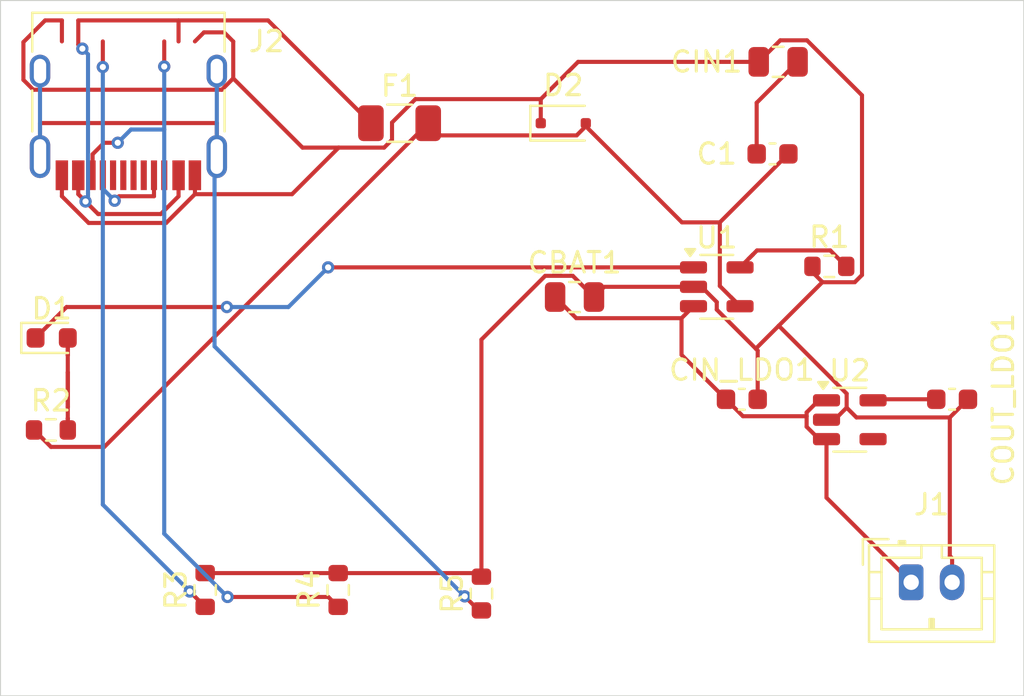
<source format=kicad_pcb>
(kicad_pcb (version 20240108) (generator "pcbnew") (generator_version "8.0")
  (layers (0 "F.Cu" signal) (31 "B.Cu" signal) (34 "B.Paste" user) (35 "F.Paste" user) (36 "B.SilkS" user "B.Silkscreen") (37 "F.SilkS" user "F.Silkscreen") (38 "B.Mask" user) (39 "F.Mask" user) (44 "Edge.Cuts" user))
  (net 0 "")
  (net 1 "Net-(C1-Pad1)")
  (net 2 "/VBUS_5V")
  (net 3 "/BATT+")
  (net 4 "GND")
  (net 5 "3V3")
  (net 6 "Net-(D1-K)")
  (net 7 "/STAT_LED")
  (net 8 "/VBUS_IN")
  (net 9 "Net-(J2-SHIELD)")
  (net 10 "Net-(J2-CC1)")
  (net 15 "Net-(J2-CC2)")
  (net 16 "Net-(U1-PROG)")
  (footprint "Package_TO_SOT_SMD:SOT-23-5" (layer "F.Cu") (at 141.5 70)
    (property "Reference" "U2" (at 0 -2.4 0) (layer "F.SilkS"))
    (property "Value" "AP2112K-3.3")
    (fp_line (start 0 -1.56) (end -0.8 -1.56) (stroke (width 0.12)) (layer "F.SilkS"))
    (fp_line (start 0 -1.56) (end 0.8 -1.56) (stroke (width 0.12)) (layer "F.SilkS"))
    (fp_line (start 0 1.56) (end -0.8 1.56) (stroke (width 0.12)) (layer "F.SilkS"))
    (fp_line (start 0 1.56) (end 0.8 1.56) (stroke (width 0.12)) (layer "F.SilkS"))
    (fp_poly (pts (xy -1.3 -1.51) (xy -1.54 -1.84) (xy -1.06 -1.84) (xy -1.3 -1.51)) (stroke (width 0.12)) (fill solid) (layer "F.SilkS"))
    (pad "1" smd roundrect (at -1.1375 -0.95) (size 1.325 0.6) (layers "F.Cu" "F.Paste" "F.Mask") (net 3 "/BATT+"))
    (pad "2" smd roundrect (at -1.1375 0) (size 1.325 0.6) (layers "F.Cu" "F.Paste" "F.Mask") (net 4 "GND"))
    (pad "3" smd roundrect (at -1.1375 0.95) (size 1.325 0.6) (layers "F.Cu" "F.Paste" "F.Mask") (net 3 "/BATT+"))
    (pad "4" smd roundrect (at 1.1375 0.95) (size 1.325 0.6) (layers "F.Cu" "F.Paste" "F.Mask"))
    (pad "5" smd roundrect (at 1.1375 -0.95) (size 1.325 0.6) (layers "F.Cu" "F.Paste" "F.Mask") (net 5 "3V3"))
  )
  (footprint "Connector_USB:USB_C_Receptacle_HRO_TYPE-C-31-M-12" (layer "F.Cu") (at 106.25 54 180)
    (property "Reference" "J2" (at -6.75 2.5 180) (layer "F.SilkS"))
    (property "Value" "USB_C_Receptacle_USB2.0_14P")
    (fp_line (start 4.7 2) (end 4.7 3.9) (stroke (width 0.12)) (layer "F.SilkS"))
    (fp_line (start 4.7 -1.9) (end 4.7 0.1) (stroke (width 0.12)) (layer "F.SilkS"))
    (fp_line (start -4.7 3.9) (end 4.7 3.9) (stroke (width 0.12)) (layer "F.SilkS"))
    (fp_line (start -4.7 2) (end -4.7 3.9) (stroke (width 0.12)) (layer "F.SilkS"))
    (fp_line (start -4.7 -1.9) (end -4.7 0.1) (stroke (width 0.12)) (layer "F.SilkS"))
    (pad "" np_thru_hole circle (at -2.89 -2.6 180) (size 0.65 0.65) (drill 0.65) (layers "*.Cu" "*.Mask"))
    (pad "" np_thru_hole circle (at 2.89 -2.6 180) (size 0.65 0.65) (drill 0.65) (layers "*.Cu" "*.Mask"))
    (pad "A1" smd rect (at -3.25 -4.045 180) (size 0.6 1.45) (layers "F.Cu" "F.Paste" "F.Mask") (net 4 "GND"))
    (pad "A4" smd rect (at -2.45 -4.045 180) (size 0.6 1.45) (layers "F.Cu" "F.Paste" "F.Mask") (net 8 "/VBUS_IN"))
    (pad "A5" smd rect (at -1.25 -4.045 180) (size 0.3 1.45) (layers "F.Cu" "F.Paste" "F.Mask") (net 10 "Net-(J2-CC1)"))
    (pad "A6" smd rect (at -0.25 -4.045 180) (size 0.3 1.45) (layers "F.Cu" "F.Paste" "F.Mask"))
    (pad "A7" smd rect (at 0.25 -4.045 180) (size 0.3 1.45) (layers "F.Cu" "F.Paste" "F.Mask"))
    (pad "A8" smd rect (at 1.25 -4.045 180) (size 0.3 1.45) (layers "F.Cu" "F.Paste" "F.Mask"))
    (pad "A9" smd rect (at 2.45 -4.045 180) (size 0.6 1.45) (layers "F.Cu" "F.Paste" "F.Mask") (net 8 "/VBUS_IN"))
    (pad "A12" smd rect (at 3.25 -4.045 180) (size 0.6 1.45) (layers "F.Cu" "F.Paste" "F.Mask") (net 4 "GND"))
    (pad "B1" smd rect (at 3.25 -4.045 180) (size 0.6 1.45) (layers "F.Cu" "F.Paste" "F.Mask") (net 4 "GND"))
    (pad "B4" smd rect (at 2.45 -4.045 180) (size 0.6 1.45) (layers "F.Cu" "F.Paste" "F.Mask") (net 8 "/VBUS_IN"))
    (pad "B5" smd rect (at 1.75 -4.045 180) (size 0.3 1.45) (layers "F.Cu" "F.Paste" "F.Mask") (net 15 "Net-(J2-CC2)"))
    (pad "B6" smd rect (at 0.75 -4.045 180) (size 0.3 1.45) (layers "F.Cu" "F.Paste" "F.Mask"))
    (pad "B7" smd rect (at -0.75 -4.045 180) (size 0.3 1.45) (layers "F.Cu" "F.Paste" "F.Mask"))
    (pad "B8" smd rect (at -1.75 -4.045 180) (size 0.3 1.45) (layers "F.Cu" "F.Paste" "F.Mask"))
    (pad "B9" smd rect (at -2.45 -4.045 180) (size 0.6 1.45) (layers "F.Cu" "F.Paste" "F.Mask") (net 8 "/VBUS_IN"))
    (pad "B12" smd rect (at -3.25 -4.045 180) (size 0.6 1.45) (layers "F.Cu" "F.Paste" "F.Mask") (net 4 "GND"))
    (pad "S1" thru_hole oval (at -4.32 -3.13 180) (size 1 2.1) (drill oval 0.6 1.7) (layers "*.Cu" "*.Mask") (net 9 "Net-(J2-SHIELD)"))
    (pad "S1" thru_hole oval (at -4.32 1.05 180) (size 1 1.6) (drill oval 0.6 1.2) (layers "*.Cu" "*.Mask") (net 9 "Net-(J2-SHIELD)"))
    (pad "S1" thru_hole oval (at 4.32 -3.13 180) (size 1 2.1) (drill oval 0.6 1.7) (layers "*.Cu" "*.Mask") (net 9 "Net-(J2-SHIELD)"))
    (pad "S1" thru_hole oval (at 4.32 1.05 180) (size 1 1.6) (drill oval 0.6 1.2) (layers "*.Cu" "*.Mask") (net 9 "Net-(J2-SHIELD)"))
  )
  (footprint "Resistor_SMD:R_0603_1608Metric" (layer "F.Cu") (at 140.5 62.5)
    (property "Reference" "R1" (at 0 -1.43 0) (layer "F.SilkS"))
    (property "Value" "2.0k")
    (fp_line (start -0.237258 -0.5225) (end 0.237258 -0.5225) (stroke (width 0.12)) (layer "F.SilkS"))
    (fp_line (start -0.237258 0.5225) (end 0.237258 0.5225) (stroke (width 0.12)) (layer "F.SilkS"))
    (pad "1" smd roundrect (at -0.825 0) (size 0.8 0.95) (layers "F.Cu" "F.Paste" "F.Mask") (net 4 "GND"))
    (pad "2" smd roundrect (at 0.825 0) (size 0.8 0.95) (layers "F.Cu" "F.Paste" "F.Mask") (net 16 "Net-(U1-PROG)"))
  )
  (footprint "Capacitor_SMD:C_0603_1608Metric" (layer "F.Cu") (at 146.5 69)
    (property "Reference" "COUT_LDO1" (at 2.5 0 90) (layer "F.SilkS"))
    (property "Value" "1uF")
    (fp_line (start -0.14058 -0.51) (end 0.14058 -0.51) (stroke (width 0.12)) (layer "F.SilkS"))
    (fp_line (start -0.14058 0.51) (end 0.14058 0.51) (stroke (width 0.12)) (layer "F.SilkS"))
    (pad "1" smd roundrect (at -0.775 0) (size 0.9 0.95) (layers "F.Cu" "F.Paste" "F.Mask") (net 5 "3V3"))
    (pad "2" smd roundrect (at 0.775 0) (size 0.9 0.95) (layers "F.Cu" "F.Paste" "F.Mask") (net 4 "GND"))
  )
  (footprint "Connector_JST:JST_PH_B2B-PH-K_1x02_P2.00mm_Vertical" (layer "F.Cu") (at 144.5 77.95)
    (property "Reference" "J1" (at 1 -3.8 0) (layer "F.SilkS"))
    (property "Value" "J_BATT")
    (fp_line (start -2.36 -2.11) (end -2.36 -0.86) (stroke (width 0.12)) (layer "F.SilkS"))
    (fp_line (start -2.06 -1.81) (end -2.06 2.91) (stroke (width 0.12)) (layer "F.SilkS"))
    (fp_line (start -2.06 -0.5) (end -1.45 -0.5) (stroke (width 0.12)) (layer "F.SilkS"))
    (fp_line (start -2.06 0.8) (end -1.45 0.8) (stroke (width 0.12)) (layer "F.SilkS"))
    (fp_line (start -2.06 2.91) (end 4.06 2.91) (stroke (width 0.12)) (layer "F.SilkS"))
    (fp_line (start -1.45 -1.2) (end -1.45 2.3) (stroke (width 0.12)) (layer "F.SilkS"))
    (fp_line (start -1.45 2.3) (end 3.45 2.3) (stroke (width 0.12)) (layer "F.SilkS"))
    (fp_line (start -1.11 -2.11) (end -2.36 -2.11) (stroke (width 0.12)) (layer "F.SilkS"))
    (fp_line (start -0.6 -2.01) (end -0.6 -1.81) (stroke (width 0.12)) (layer "F.SilkS"))
    (fp_line (start -0.3 -2.01) (end -0.6 -2.01) (stroke (width 0.12)) (layer "F.SilkS"))
    (fp_line (start -0.3 -1.91) (end -0.6 -1.91) (stroke (width 0.12)) (layer "F.SilkS"))
    (fp_line (start -0.3 -1.81) (end -0.3 -2.01) (stroke (width 0.12)) (layer "F.SilkS"))
    (fp_line (start 0.5 -1.81) (end 0.5 -1.2) (stroke (width 0.12)) (layer "F.SilkS"))
    (fp_line (start 0.5 -1.2) (end -1.45 -1.2) (stroke (width 0.12)) (layer "F.SilkS"))
    (fp_line (start 0.9 1.8) (end 1.1 1.8) (stroke (width 0.12)) (layer "F.SilkS"))
    (fp_line (start 0.9 2.3) (end 0.9 1.8) (stroke (width 0.12)) (layer "F.SilkS"))
    (fp_line (start 1 2.3) (end 1 1.8) (stroke (width 0.12)) (layer "F.SilkS"))
    (fp_line (start 1.1 1.8) (end 1.1 2.3) (stroke (width 0.12)) (layer "F.SilkS"))
    (fp_line (start 1.5 -1.2) (end 1.5 -1.81) (stroke (width 0.12)) (layer "F.SilkS"))
    (fp_line (start 3.45 -1.2) (end 1.5 -1.2) (stroke (width 0.12)) (layer "F.SilkS"))
    (fp_line (start 3.45 2.3) (end 3.45 -1.2) (stroke (width 0.12)) (layer "F.SilkS"))
    (fp_line (start 4.06 -1.81) (end -2.06 -1.81) (stroke (width 0.12)) (layer "F.SilkS"))
    (fp_line (start 4.06 -0.5) (end 3.45 -0.5) (stroke (width 0.12)) (layer "F.SilkS"))
    (fp_line (start 4.06 0.8) (end 3.45 0.8) (stroke (width 0.12)) (layer "F.SilkS"))
    (fp_line (start 4.06 2.91) (end 4.06 -1.81) (stroke (width 0.12)) (layer "F.SilkS"))
    (pad "1" thru_hole roundrect (at 0 0) (size 1.2 1.75) (drill 0.75) (layers "*.Cu" "*.Mask") (roundrect_rratio 0.208333) (net 3 "/BATT+"))
    (pad "2" thru_hole oval (at 2 0) (size 1.2 1.75) (drill 0.75) (layers "*.Cu" "*.Mask") (net 4 "GND"))
  )
  (footprint "Resistor_SMD:R_0603_1608Metric" (layer "F.Cu") (at 110 78.325 90)
    (property "Reference" "R3" (at 0 -1.43 -90) (layer "F.SilkS"))
    (property "Value" "5.1k")
    (fp_line (start -0.237258 -0.5225) (end 0.237258 -0.5225) (stroke (width 0.12)) (layer "F.SilkS"))
    (fp_line (start -0.237258 0.5225) (end 0.237258 0.5225) (stroke (width 0.12)) (layer "F.SilkS"))
    (pad "1" smd roundrect (at -0.825 0 90) (size 0.8 0.95) (layers "F.Cu" "F.Paste" "F.Mask") (net 10 "Net-(J2-CC1)"))
    (pad "2" smd roundrect (at 0.825 0 90) (size 0.8 0.95) (layers "F.Cu" "F.Paste" "F.Mask") (net 4 "GND"))
  )
  (footprint "LED_SMD:LED_0603_1608Metric" (layer "F.Cu") (at 102.5 66)
    (property "Reference" "D1" (at 0 -1.43 0) (layer "F.SilkS"))
    (property "Value" "LED")
    (fp_line (start -1.485 -0.735) (end -1.485 0.735) (stroke (width 0.12)) (layer "F.SilkS"))
    (fp_line (start -1.485 0.735) (end 0.8 0.735) (stroke (width 0.12)) (layer "F.SilkS"))
    (fp_line (start 0.8 -0.735) (end -1.485 -0.735) (stroke (width 0.12)) (layer "F.SilkS"))
    (pad "1" smd roundrect (at -0.7875 0) (size 0.875 0.95) (layers "F.Cu" "F.Paste" "F.Mask") (net 6 "Net-(D1-K)"))
    (pad "2" smd roundrect (at 0.7875 0) (size 0.875 0.95) (layers "F.Cu" "F.Paste" "F.Mask") (net 7 "/STAT_LED"))
  )
  (footprint "Fuse:Fuse_1206_3216Metric" (layer "F.Cu") (at 119.5 55.5)
    (property "Reference" "F1" (at 0 -1.82 0) (layer "F.SilkS"))
    (property "Value" "1A PTC Fuse")
    (fp_line (start -0.602064 -0.91) (end 0.602064 -0.91) (stroke (width 0.12)) (layer "F.SilkS"))
    (fp_line (start -0.602064 0.91) (end 0.602064 0.91) (stroke (width 0.12)) (layer "F.SilkS"))
    (pad "1" smd roundrect (at -1.4 0) (size 1.25 1.75) (layers "F.Cu" "F.Paste" "F.Mask") (roundrect_rratio 0.2) (net 8 "/VBUS_IN"))
    (pad "2" smd roundrect (at 1.4 0) (size 1.25 1.75) (layers "F.Cu" "F.Paste" "F.Mask") (roundrect_rratio 0.2) (net 2 "/VBUS_5V"))
  )
  (footprint "Diode_SMD:D_SOD-323F" (layer "F.Cu") (at 127.5 55.5)
    (property "Reference" "D2" (at 0 -1.85 0) (layer "F.SilkS"))
    (property "Value" "D_TVS")
    (fp_line (start -1.61 -0.85) (end -1.61 0.85) (stroke (width 0.12)) (layer "F.SilkS"))
    (fp_line (start -1.61 -0.85) (end 1.05 -0.85) (stroke (width 0.12)) (layer "F.SilkS"))
    (fp_line (start -1.61 0.85) (end 1.05 0.85) (stroke (width 0.12)) (layer "F.SilkS"))
    (pad "1" smd roundrect (at -1.1 0) (size 0.5 0.5) (layers "F.Cu" "F.Paste" "F.Mask") (net 4 "GND"))
    (pad "2" smd roundrect (at 1.1 0) (size 0.5 0.5) (layers "F.Cu" "F.Paste" "F.Mask") (net 2 "/VBUS_5V"))
  )
  (footprint "Capacitor_SMD:C_0603_1608Metric" (layer "F.Cu") (at 136.225 69)
    (property "Reference" "CIN_LDO1" (at 0 -1.43 0) (layer "F.SilkS"))
    (property "Value" "1uF")
    (fp_line (start -0.14058 -0.51) (end 0.14058 -0.51) (stroke (width 0.12)) (layer "F.SilkS"))
    (fp_line (start -0.14058 0.51) (end 0.14058 0.51) (stroke (width 0.12)) (layer "F.SilkS"))
    (pad "1" smd roundrect (at -0.775 0) (size 0.9 0.95) (layers "F.Cu" "F.Paste" "F.Mask") (net 3 "/BATT+"))
    (pad "2" smd roundrect (at 0.775 0) (size 0.9 0.95) (layers "F.Cu" "F.Paste" "F.Mask") (net 4 "GND"))
  )
  (footprint "Resistor_SMD:R_0603_1608Metric" (layer "F.Cu") (at 123.5 78.5 90)
    (property "Reference" "R5" (at 0 -1.43 -90) (layer "F.SilkS"))
    (property "Value" "0")
    (fp_line (start -0.237258 -0.5225) (end 0.237258 -0.5225) (stroke (width 0.12)) (layer "F.SilkS"))
    (fp_line (start -0.237258 0.5225) (end 0.237258 0.5225) (stroke (width 0.12)) (layer "F.SilkS"))
    (pad "1" smd roundrect (at -0.825 0 90) (size 0.8 0.95) (layers "F.Cu" "F.Paste" "F.Mask") (net 9 "Net-(J2-SHIELD)"))
    (pad "2" smd roundrect (at 0.825 0 90) (size 0.8 0.95) (layers "F.Cu" "F.Paste" "F.Mask") (net 4 "GND"))
  )
  (footprint "Resistor_SMD:R_0603_1608Metric" (layer "F.Cu") (at 102.4625 70.5)
    (property "Reference" "R2" (at 0 -1.43 0) (layer "F.SilkS"))
    (property "Value" "1k")
    (fp_line (start -0.237258 -0.5225) (end 0.237258 -0.5225) (stroke (width 0.12)) (layer "F.SilkS"))
    (fp_line (start -0.237258 0.5225) (end 0.237258 0.5225) (stroke (width 0.12)) (layer "F.SilkS"))
    (pad "1" smd roundrect (at -0.825 0) (size 0.8 0.95) (layers "F.Cu" "F.Paste" "F.Mask") (net 2 "/VBUS_5V"))
    (pad "2" smd roundrect (at 0.825 0) (size 0.8 0.95) (layers "F.Cu" "F.Paste" "F.Mask") (net 7 "/STAT_LED"))
  )
  (footprint "Capacitor_SMD:C_0805_2012Metric" (layer "F.Cu") (at 138 52.5)
    (property "Reference" "CIN1" (at -3.5 0 0) (layer "F.SilkS"))
    (property "Value" "4.7uF")
    (fp_line (start -0.261252 -0.735) (end 0.261252 -0.735) (stroke (width 0.12)) (layer "F.SilkS"))
    (fp_line (start -0.261252 0.735) (end 0.261252 0.735) (stroke (width 0.12)) (layer "F.SilkS"))
    (pad "1" smd roundrect (at -0.95 0) (size 1 1.45) (layers "F.Cu" "F.Paste" "F.Mask") (net 4 "GND"))
    (pad "2" smd roundrect (at 0.95 0) (size 1 1.45) (layers "F.Cu" "F.Paste" "F.Mask") (net 1 "Net-(C1-Pad1)"))
  )
  (footprint "Resistor_SMD:R_0603_1608Metric" (layer "F.Cu") (at 116.5 78.325 90)
    (property "Reference" "R4" (at 0 -1.43 -90) (layer "F.SilkS"))
    (property "Value" "5.1k")
    (fp_line (start -0.237258 -0.5225) (end 0.237258 -0.5225) (stroke (width 0.12)) (layer "F.SilkS"))
    (fp_line (start -0.237258 0.5225) (end 0.237258 0.5225) (stroke (width 0.12)) (layer "F.SilkS"))
    (pad "1" smd roundrect (at -0.825 0 90) (size 0.8 0.95) (layers "F.Cu" "F.Paste" "F.Mask") (net 15 "Net-(J2-CC2)"))
    (pad "2" smd roundrect (at 0.825 0 90) (size 0.8 0.95) (layers "F.Cu" "F.Paste" "F.Mask") (net 4 "GND"))
  )
  (footprint "Capacitor_SMD:C_0805_2012Metric" (layer "F.Cu") (at 128.05 64)
    (property "Reference" "CBAT1" (at 0 -1.68 0) (layer "F.SilkS"))
    (property "Value" "4.7uF")
    (fp_line (start -0.261252 -0.735) (end 0.261252 -0.735) (stroke (width 0.12)) (layer "F.SilkS"))
    (fp_line (start -0.261252 0.735) (end 0.261252 0.735) (stroke (width 0.12)) (layer "F.SilkS"))
    (pad "1" smd roundrect (at -0.95 0) (size 1 1.45) (layers "F.Cu" "F.Paste" "F.Mask") (net 3 "/BATT+"))
    (pad "2" smd roundrect (at 0.95 0) (size 1 1.45) (layers "F.Cu" "F.Paste" "F.Mask") (net 4 "GND"))
  )
  (footprint "Package_TO_SOT_SMD:SOT-23-5" (layer "F.Cu") (at 135 63.5)
    (property "Reference" "U1" (at 0 -2.4 0) (layer "F.SilkS"))
    (property "Value" "MCP73831-2-OT")
    (fp_line (start 0 -1.56) (end -0.8 -1.56) (stroke (width 0.12)) (layer "F.SilkS"))
    (fp_line (start 0 -1.56) (end 0.8 -1.56) (stroke (width 0.12)) (layer "F.SilkS"))
    (fp_line (start 0 1.56) (end -0.8 1.56) (stroke (width 0.12)) (layer "F.SilkS"))
    (fp_line (start 0 1.56) (end 0.8 1.56) (stroke (width 0.12)) (layer "F.SilkS"))
    (fp_poly (pts (xy -1.3 -1.51) (xy -1.54 -1.84) (xy -1.06 -1.84) (xy -1.3 -1.51)) (stroke (width 0.12)) (fill solid) (layer "F.SilkS"))
    (pad "1" smd roundrect (at -1.1375 -0.95) (size 1.325 0.6) (layers "F.Cu" "F.Paste" "F.Mask") (net 6 "Net-(D1-K)"))
    (pad "2" smd roundrect (at -1.1375 0) (size 1.325 0.6) (layers "F.Cu" "F.Paste" "F.Mask") (net 4 "GND"))
    (pad "3" smd roundrect (at -1.1375 0.95) (size 1.325 0.6) (layers "F.Cu" "F.Paste" "F.Mask") (net 3 "/BATT+"))
    (pad "4" smd roundrect (at 1.1375 0.95) (size 1.325 0.6) (layers "F.Cu" "F.Paste" "F.Mask") (net 2 "/VBUS_5V"))
    (pad "5" smd roundrect (at 1.1375 -0.95) (size 1.325 0.6) (layers "F.Cu" "F.Paste" "F.Mask") (net 16 "Net-(U1-PROG)"))
  )
  (footprint "Capacitor_SMD:C_0603_1608Metric" (layer "F.Cu") (at 137.725 57)
    (property "Reference" "C1" (at -2.725 0 0) (layer "F.SilkS"))
    (property "Value" "0.1uF")
    (fp_line (start -0.14058 -0.51) (end 0.14058 -0.51) (stroke (width 0.12)) (layer "F.SilkS"))
    (fp_line (start -0.14058 0.51) (end 0.14058 0.51) (stroke (width 0.12)) (layer "F.SilkS"))
    (pad "1" smd roundrect (at -0.775 0) (size 0.9 0.95) (layers "F.Cu" "F.Paste" "F.Mask") (net 1 "Net-(C1-Pad1)"))
    (pad "2" smd roundrect (at 0.775 0) (size 0.9 0.95) (layers "F.Cu" "F.Paste" "F.Mask") (net 2 "/VBUS_5V"))
  )
  (gr_line (start 150 83.5) (end 100 83.5) (stroke (width 0.05)) (layer "Edge.Cuts"))
  (gr_line (start 100 49.5) (end 150 49.5) (stroke (width 0.05)) (layer "Edge.Cuts"))
  (gr_line (start 100 49.5) (end 100 83.5) (stroke (width 0.05)) (layer "Edge.Cuts"))
  (gr_line (start 150 49.5) (end 150 83.5) (stroke (width 0.05)) (layer "Edge.Cuts"))
  (segment (start 138.95 52.5) (end 136.95 54.5) (width 0.2) (layer "F.Cu") (net 1))
  (segment (start 136.95 54.5) (end 136.95 57) (width 0.2) (layer "F.Cu") (net 1))
  (segment (start 128.6 55.6491) (end 133.3 60.3496) (width 0.2) (layer "F.Cu") (net 2))
  (segment (start 136.138 64.45) (end 135.699 64.0113) (width 0.2) (layer "F.Cu") (net 2))
  (segment (start 136.138 64.4499) (end 136.1376 64.4499) (width 0.2) (layer "F.Cu") (net 2))
  (segment (start 121.496 56.0963) (end 128.153 56.0963) (width 0.2) (layer "F.Cu") (net 2))
  (segment (start 135.699 64.0113) (end 136.138 64.4499) (width 0.2) (layer "F.Cu") (net 2))
  (segment (start 120.9 55.5) (end 121.496 56.0963) (width 0.2) (layer "F.Cu") (net 2))
  (segment (start 135.15 63.4629) (end 135.699 64.0113) (width 0.2) (layer "F.Cu") (net 2))
  (segment (start 101.638 70.5) (end 101.638 70.5001) (width 0.2) (layer "F.Cu") (net 2))
  (segment (start 120.9 55.5007) (end 120.9 55.5) (width 0.2) (layer "F.Cu") (net 2))
  (segment (start 133.3 60.3496) (end 135.15 60.3496) (width 0.2) (layer "F.Cu") (net 2))
  (segment (start 136.138 64.4499) (end 136.138 64.45) (width 0.2) (layer "F.Cu") (net 2))
  (segment (start 135.15 60.3496) (end 135.15 63.4629) (width 0.2) (layer "F.Cu") (net 2))
  (segment (start 128.6 55.6491) (end 128.6 55.5) (width 0.2) (layer "F.Cu") (net 2))
  (segment (start 105.072 71.3292) (end 120.9 55.5007) (width 0.2) (layer "F.Cu") (net 2))
  (segment (start 136.138 64.4499) (end 136.138 64.45) (width 0.2) (layer "F.Cu") (net 2))
  (segment (start 101.638 70.5) (end 101.6375 70.5) (width 0.2) (layer "F.Cu") (net 2))
  (segment (start 128.153 56.0963) (end 128.6 55.6491) (width 0.2) (layer "F.Cu") (net 2))
  (segment (start 102.467 71.3292) (end 105.072 71.3292) (width 0.2) (layer "F.Cu") (net 2))
  (segment (start 102.052 70.9146) (end 102.467 71.3292) (width 0.2) (layer "F.Cu") (net 2))
  (segment (start 138.5 57) (end 135.15 60.3496) (width 0.2) (layer "F.Cu") (net 2))
  (segment (start 136.1376 64.4499) (end 136.1375 64.45) (width 0.2) (layer "F.Cu") (net 2))
  (segment (start 101.638 70.5001) (end 102.052 70.9146) (width 0.2) (layer "F.Cu") (net 2))
  (segment (start 133.862 64.45) (end 133.278 65.0349) (width 0.2) (layer "F.Cu") (net 3))
  (segment (start 139.391 70.343) (end 139.391 69.8299) (width 0.2) (layer "F.Cu") (net 3))
  (segment (start 140.362 70.95) (end 139.998 70.95) (width 0.2) (layer "F.Cu") (net 3))
  (segment (start 133.8625 64.45) (end 133.862 64.45) (width 0.2) (layer "F.Cu") (net 3))
  (segment (start 140.3625 69.05) (end 140.362 69.05) (width 0.2) (layer "F.Cu") (net 3))
  (segment (start 144.5 77.95) (end 140.362 73.8125) (width 0.2) (layer "F.Cu") (net 3))
  (segment (start 139.391 69.6432) (end 139.984 69.05) (width 0.2) (layer "F.Cu") (net 3))
  (segment (start 139.391 69.8299) (end 139.391 69.6432) (width 0.2) (layer "F.Cu") (net 3))
  (segment (start 140.3625 70.95) (end 140.362 70.95) (width 0.2) (layer "F.Cu") (net 3))
  (segment (start 139.984 69.05) (end 140.362 69.05) (width 0.2) (layer "F.Cu") (net 3))
  (segment (start 133.278 65.0349) (end 128.135 65.0349) (width 0.2) (layer "F.Cu") (net 3))
  (segment (start 135.45 69) (end 136.28 69.8299) (width 0.2) (layer "F.Cu") (net 3))
  (segment (start 139.998 70.95) (end 139.391 70.343) (width 0.2) (layer "F.Cu") (net 3))
  (segment (start 133.278 65.0349) (end 133.278 66.8276) (width 0.2) (layer "F.Cu") (net 3))
  (segment (start 133.278 66.8276) (end 135.45 69) (width 0.2) (layer "F.Cu") (net 3))
  (segment (start 128.135 65.0349) (end 127.1 64) (width 0.2) (layer "F.Cu") (net 3))
  (segment (start 140.362 73.8125) (end 140.362 70.95) (width 0.2) (layer "F.Cu") (net 3))
  (segment (start 136.28 69.8299) (end 139.391 69.8299) (width 0.2) (layer "F.Cu") (net 3))
  (segment (start 127.962 62.962) (end 126.619 62.962) (width 0.2) (layer "F.Cu") (net 4))
  (segment (start 146.388 69.8875) (end 146.388 76.6608) (width 0.2) (layer "F.Cu") (net 4))
  (segment (start 138.028 65.4044) (end 140.163 63.2696) (width 0.2) (layer "F.Cu") (net 4))
  (segment (start 101.119 51.5343) (end 101.119 53.3799) (width 0.2) (layer "F.Cu") (net 4))
  (segment (start 142.097 62.9215) (end 141.741 63.2775) (width 0.2) (layer "F.Cu") (net 4))
  (segment (start 129.5 63.5) (end 133.8625 63.5) (width 0.2) (layer "F.Cu") (net 4))
  (segment (start 136.908 66.5244) (end 137 66.6159) (width 0.2) (layer "F.Cu") (net 4))
  (segment (start 135 64.2465) (end 135 64.6159) (width 0.2) (layer "F.Cu") (net 4))
  (segment (start 138.103 51.4468) (end 139.408 51.4468) (width 0.2) (layer "F.Cu") (net 4))
  (segment (start 111.372 51.5043) (end 110.925 51.0577) (width 0.2) (layer "F.Cu") (net 4))
  (segment (start 103 59.0717) (end 104.306 60.3773) (width 0.2) (layer "F.Cu") (net 4))
  (segment (start 137.05 52.5) (end 138.103 51.4468) (width 0.2) (layer "F.Cu") (net 4))
  (segment (start 109.5 58.045) (end 109.5 58.9708) (width 0.2) (layer "F.Cu") (net 4))
  (segment (start 146.388 76.6608) (end 146.5 76.7733) (width 0.2) (layer "F.Cu") (net 4))
  (segment (start 116.524 56.6934) (end 114.757 56.6934) (width 0.2) (layer "F.Cu") (net 4))
  (segment (start 141.741 63.2775) (end 140.171 63.2775) (width 0.2) (layer "F.Cu") (net 4))
  (segment (start 141.347 68.7232) (end 141.347 69.4094) (width 0.2) (layer "F.Cu") (net 4))
  (segment (start 126.398 54.3223) (end 120.276 54.3223) (width 0.2) (layer "F.Cu") (net 4))
  (segment (start 120.276 54.3223) (end 119.131 55.4668) (width 0.2) (layer "F.Cu") (net 4))
  (segment (start 135 64.6159) (end 136.908 66.5244) (width 0.2) (layer "F.Cu") (net 4))
  (segment (start 137 66.6159) (end 137 69) (width 0.2) (layer "F.Cu") (net 4))
  (segment (start 141.825 69.8875) (end 141.347 69.4094) (width 0.2) (layer "F.Cu") (net 4))
  (segment (start 141.347 69.4094) (end 140.757 70) (width 0.2) (layer "F.Cu") (net 4))
  (segment (start 139.675 62.7814) (end 139.675 62.5) (width 0.2) (layer "F.Cu") (net 4))
  (segment (start 110.816 53.8639) (end 111.372 53.3077) (width 0.2) (layer "F.Cu") (net 4))
  (segment (start 134.254 63.5) (end 135 64.2465) (width 0.2) (layer "F.Cu") (net 4))
  (segment (start 102.18 50.4733) (end 101.119 51.5343) (width 0.2) (layer "F.Cu") (net 4))
  (segment (start 126.619 62.962) (end 123.5 66.0813) (width 0.2) (layer "F.Cu") (net 4))
  (segment (start 109.942 51.0577) (end 109.5 51.5) (width 0.2) (layer "F.Cu") (net 4))
  (segment (start 103 50.4733) (end 102.18 50.4733) (width 0.2) (layer "F.Cu") (net 4))
  (segment (start 129 64) (end 129.5 63.5) (width 0.2) (layer "F.Cu") (net 4))
  (segment (start 138.028 65.4044) (end 141.347 68.7232) (width 0.2) (layer "F.Cu") (net 4))
  (segment (start 147.275 69) (end 146.388 69.8875) (width 0.2) (layer "F.Cu") (net 4))
  (segment (start 133.8625 63.5) (end 134.254 63.5) (width 0.2) (layer "F.Cu") (net 4))
  (segment (start 118.745 56.6934) (end 116.524 56.6934) (width 0.2) (layer "F.Cu") (net 4))
  (segment (start 123.5 77.5) (end 123.5 77.675) (width 0.2) (layer "F.Cu") (net 4))
  (segment (start 108.094 60.3773) (end 109.5 58.9708) (width 0.2) (layer "F.Cu") (net 4))
  (segment (start 123.5 66.0813) (end 123.5 77.5) (width 0.2) (layer "F.Cu") (net 4))
  (segment (start 101.119 53.3799) (end 101.603 53.8639) (width 0.2) (layer "F.Cu") (net 4))
  (segment (start 128.224 52.5) (end 137.05 52.5) (width 0.2) (layer "F.Cu") (net 4))
  (segment (start 146.388 69.8875) (end 141.825 69.8875) (width 0.2) (layer "F.Cu") (net 4))
  (segment (start 126.4 54.324) (end 128.224 52.5) (width 0.2) (layer "F.Cu") (net 4))
  (segment (start 114.757 56.6934) (end 111.372 53.3077) (width 0.2) (layer "F.Cu") (net 4))
  (segment (start 140.163 63.2696) (end 139.675 62.7814) (width 0.2) (layer "F.Cu") (net 4))
  (segment (start 140.171 63.2775) (end 140.163 63.2696) (width 0.2) (layer "F.Cu") (net 4))
  (segment (start 129 64) (end 127.962 62.962) (width 0.2) (layer "F.Cu") (net 4))
  (segment (start 119.131 56.3072) (end 118.745 56.6934) (width 0.2) (layer "F.Cu") (net 4))
  (segment (start 139.408 51.4468) (end 142.097 54.1362) (width 0.2) (layer "F.Cu") (net 4))
  (segment (start 103 51.5) (end 103 50.4733) (width 0.2) (layer "F.Cu") (net 4))
  (segment (start 126.4 54.324) (end 126.398 54.3223) (width 0.2) (layer "F.Cu") (net 4))
  (segment (start 114.247 58.9708) (end 116.524 56.6934) (width 0.2) (layer "F.Cu") (net 4))
  (segment (start 104.306 60.3773) (end 108.094 60.3773) (width 0.2) (layer "F.Cu") (net 4))
  (segment (start 109.5 58.9708) (end 114.247 58.9708) (width 0.2) (layer "F.Cu") (net 4))
  (segment (start 146.5 76.7733) (end 146.5 77.95) (width 0.2) (layer "F.Cu") (net 4))
  (segment (start 140.3625 70) (end 140.362 70) (width 0.2) (layer "F.Cu") (net 4))
  (segment (start 142.097 54.1362) (end 142.097 62.9215) (width 0.2) (layer "F.Cu") (net 4))
  (segment (start 140.757 70) (end 140.3625 70) (width 0.2) (layer "F.Cu") (net 4))
  (segment (start 101.603 53.8639) (end 110.816 53.8639) (width 0.2) (layer "F.Cu") (net 4))
  (segment (start 136.908 66.5244) (end 138.028 65.4044) (width 0.2) (layer "F.Cu") (net 4))
  (segment (start 111.372 53.3077) (end 111.372 51.5043) (width 0.2) (layer "F.Cu") (net 4))
  (segment (start 103 58.045) (end 103 59.0717) (width 0.2) (layer "F.Cu") (net 4))
  (segment (start 123.5 77.5) (end 116.5 77.5) (width 0.2) (layer "F.Cu") (net 4))
  (segment (start 110 77.5) (end 116.5 77.5) (width 0.2) (layer "F.Cu") (net 4))
  (segment (start 119.131 55.4668) (end 119.131 56.3072) (width 0.2) (layer "F.Cu") (net 4))
  (segment (start 110.925 51.0577) (end 109.942 51.0577) (width 0.2) (layer "F.Cu") (net 4))
  (segment (start 126.4 55.5) (end 126.4 54.324) (width 0.2) (layer "F.Cu") (net 4))
  (segment (start 142.662 69.025) (end 142.65 69.0375) (width 0.2) (layer "F.Cu") (net 5))
  (segment (start 142.644 69.0437) (end 142.638 69.05) (width 0.2) (layer "F.Cu") (net 5))
  (segment (start 142.688 69) (end 142.663 69.025) (width 0.2) (layer "F.Cu") (net 5))
  (segment (start 145.725 69) (end 142.688 69) (width 0.2) (layer "F.Cu") (net 5))
  (segment (start 142.65 69.0375) (end 142.644 69.0437) (width 0.2) (layer "F.Cu") (net 5))
  (segment (start 142.65 69.0375) (end 142.644 69.0437) (width 0.2) (layer "F.Cu") (net 5))
  (segment (start 142.638 69.05) (end 142.663 69.025) (width 0.2) (layer "F.Cu") (net 5))
  (segment (start 142.6375 69.05) (end 142.638 69.05) (width 0.2) (layer "F.Cu") (net 5))
  (segment (start 142.663 69.025) (end 142.662 69.025) (width 0.2) (layer "F.Cu") (net 5))
  (segment (start 142.644 69.0437) (end 142.638 69.05) (width 0.2) (layer "F.Cu") (net 5))
  (segment (start 101.712 65.9998) (end 103.224 64.489) (width 0.2) (layer "F.Cu") (net 6))
  (segment (start 101.712 66) (end 101.712 65.9999) (width 0.2) (layer "F.Cu") (net 6))
  (segment (start 133.862 62.55) (end 133.8625 62.55) (width 0.2) (layer "F.Cu") (net 6))
  (segment (start 103.224 64.489) (end 111.061 64.489) (width 0.2) (layer "F.Cu") (net 6))
  (segment (start 101.712 65.9999) (end 101.712 65.9998) (width 0.2) (layer "F.Cu") (net 6))
  (segment (start 101.7124 65.9999) (end 101.7125 66) (width 0.2) (layer "F.Cu") (net 6))
  (segment (start 116.008 62.55) (end 133.862 62.55) (width 0.2) (layer "F.Cu") (net 6))
  (segment (start 101.712 65.9999) (end 101.7124 65.9999) (width 0.2) (layer "F.Cu") (net 6))
  (via (at 111.061 64.489) (size 0.6) (drill 0.3) (layers "F.Cu" "B.Cu") (net 6))
  (via (at 116.008 62.55) (size 0.6) (drill 0.3) (layers "F.Cu" "B.Cu") (net 6))
  (segment (start 111.061 64.489) (end 114.069 64.489) (width 0.2) (layer "B.Cu") (net 6))
  (segment (start 114.069 64.489) (end 116.008 62.55) (width 0.2) (layer "B.Cu") (net 6))
  (segment (start 103.288 66.8437) (end 103.2875 66.8432) (width 0.2) (layer "F.Cu") (net 7))
  (segment (start 103.288 69.9375) (end 103.2875 69.938) (width 0.2) (layer "F.Cu") (net 7))
  (segment (start 103.288 67.6875) (end 103.288 69.375) (width 0.2) (layer "F.Cu") (net 7))
  (segment (start 103.288 69.9375) (end 103.288 70.5) (width 0.2) (layer "F.Cu") (net 7))
  (segment (start 103.2875 69.938) (end 103.2875 70.5) (width 0.2) (layer "F.Cu") (net 7))
  (segment (start 103.288 66.8437) (end 103.288 67.6875) (width 0.2) (layer "F.Cu") (net 7))
  (segment (start 103.288 69.375) (end 103.288 67.6875) (width 0.2) (layer "F.Cu") (net 7))
  (segment (start 103.288 66) (end 103.288 66.8437) (width 0.2) (layer "F.Cu") (net 7))
  (segment (start 103.2875 66.8432) (end 103.2875 66) (width 0.2) (layer "F.Cu") (net 7))
  (segment (start 103.288 69.375) (end 103.288 69.9375) (width 0.2) (layer "F.Cu") (net 7))
  (segment (start 113.073 50.4733) (end 108.7 50.4733) (width 0.2) (layer "F.Cu") (net 8))
  (segment (start 104.77 59.941) (end 107.831 59.941) (width 0.2) (layer "F.Cu") (net 8))
  (segment (start 103.8 51.6543) (end 103.8 50.4733) (width 0.2) (layer "F.Cu") (net 8))
  (segment (start 104.156 59.3267) (end 104.77 59.941) (width 0.2) (layer "F.Cu") (net 8))
  (segment (start 118.1 55.5) (end 113.073 50.4733) (width 0.2) (layer "F.Cu") (net 8))
  (segment (start 103.8 58.9708) (end 104.156 59.3267) (width 0.2) (layer "F.Cu") (net 8))
  (segment (start 108.7 51.5) (end 108.7 50.4733) (width 0.2) (layer "F.Cu") (net 8))
  (segment (start 103.8 50.4733) (end 108.7 50.4733) (width 0.2) (layer "F.Cu") (net 8))
  (segment (start 103.8 58.045) (end 103.8 58.9708) (width 0.2) (layer "F.Cu") (net 8))
  (segment (start 104 51.8543) (end 103.8 51.6543) (width 0.2) (layer "F.Cu") (net 8))
  (segment (start 108.7 59.0717) (end 108.7 58.045) (width 0.2) (layer "F.Cu") (net 8))
  (segment (start 107.831 59.941) (end 108.7 59.0717) (width 0.2) (layer "F.Cu") (net 8))
  (via (at 104.156 59.3267) (size 0.6) (drill 0.3) (layers "F.Cu" "B.Cu") (net 8))
  (via (at 104 51.8543) (size 0.6) (drill 0.3) (layers "F.Cu" "B.Cu") (net 8))
  (segment (start 104.276 52.1303) (end 104.276 59.2066) (width 0.2) (layer "B.Cu") (net 8))
  (segment (start 104.276 59.2066) (end 104.156 59.3267) (width 0.2) (layer "B.Cu") (net 8))
  (segment (start 104 51.8543) (end 104.276 52.1303) (width 0.2) (layer "B.Cu") (net 8))
  (segment (start 110.57 57.13) (end 110.57 55.4933) (width 0.2) (layer "F.Cu") (net 9))
  (segment (start 123.373 79.325) (end 123.5 79.325) (width 0.2) (layer "F.Cu") (net 9))
  (segment (start 110.57 55.4933) (end 101.93 55.4933) (width 0.2) (layer "F.Cu") (net 9))
  (segment (start 122.684 78.6359) (end 123.373 79.325) (width 0.2) (layer "F.Cu") (net 9))
  (segment (start 101.93 55.4933) (end 101.93 57.13) (width 0.2) (layer "F.Cu") (net 9))
  (via (at 122.684 78.6359) (size 0.6) (drill 0.3) (layers "F.Cu" "B.Cu") (net 9))
  (segment (start 110.57 57.13) (end 110.57 57.6967) (width 0.2) (layer "B.Cu") (net 9))
  (segment (start 101.93 52.95) (end 101.93 57.13) (width 0.2) (layer "B.Cu") (net 9))
  (segment (start 101.93 52.95) (end 101.93 52.415) (width 0.2) (layer "B.Cu") (net 9))
  (segment (start 110.459 57.8076) (end 110.459 66.4115) (width 0.2) (layer "B.Cu") (net 9))
  (segment (start 110.57 52.95) (end 110.57 57.13) (width 0.2) (layer "B.Cu") (net 9))
  (segment (start 110.459 66.4115) (end 122.684 78.6359) (width 0.2) (layer "B.Cu") (net 9))
  (segment (start 110.57 57.6967) (end 110.459 57.8076) (width 0.2) (layer "B.Cu") (net 9))
  (segment (start 110.57 52.415) (end 110.57 52.95) (width 0.2) (layer "B.Cu") (net 9))
  (segment (start 107.5 58.045) (end 107.5 59.0717) (width 0.2) (layer "F.Cu") (net 10))
  (segment (start 109.25 78.4003) (end 110 79.15) (width 0.2) (layer "F.Cu") (net 10))
  (segment (start 107.5 59.0717) (end 105.796 59.0717) (width 0.2) (layer "F.Cu") (net 10))
  (segment (start 105 51.5) (end 105 52.7527) (width 0.2) (layer "F.Cu") (net 10))
  (segment (start 105.796 59.0717) (end 105.578 59.2898) (width 0.2) (layer "F.Cu") (net 10))
  (via (at 105 52.7527) (size 0.6) (drill 0.3) (layers "F.Cu" "B.Cu") (net 10))
  (via (at 109.25 78.4003) (size 0.6) (drill 0.3) (layers "F.Cu" "B.Cu") (net 10))
  (via (at 105.578 59.2898) (size 0.6) (drill 0.3) (layers "F.Cu" "B.Cu") (net 10))
  (segment (start 109.25 78.4003) (end 105 74.15) (width 0.2) (layer "B.Cu") (net 10))
  (segment (start 105 58.748) (end 105 52.7527) (width 0.2) (layer "B.Cu") (net 10))
  (segment (start 105 74.15) (end 105 58.748) (width 0.2) (layer "B.Cu") (net 10))
  (segment (start 105 58.748) (end 105.036 58.748) (width 0.2) (layer "B.Cu") (net 10))
  (segment (start 105.036 58.748) (end 105.578 59.2898) (width 0.2) (layer "B.Cu") (net 10))
  (segment (start 104.5 57.0183) (end 105.062 56.4566) (width 0.2) (layer "F.Cu") (net 15))
  (segment (start 116.017 78.667) (end 116.5 79.15) (width 0.2) (layer "F.Cu") (net 15))
  (segment (start 105.062 56.4566) (end 105.728 56.4566) (width 0.2) (layer "F.Cu") (net 15))
  (segment (start 108 51.5) (end 108 52.7268) (width 0.2) (layer "F.Cu") (net 15))
  (segment (start 104.5 58.045) (end 104.5 57.0183) (width 0.2) (layer "F.Cu") (net 15))
  (segment (start 111.094 78.667) (end 116.017 78.667) (width 0.2) (layer "F.Cu") (net 15))
  (via (at 108 52.7268) (size 0.6) (drill 0.3) (layers "F.Cu" "B.Cu") (net 15))
  (via (at 111.094 78.667) (size 0.6) (drill 0.3) (layers "F.Cu" "B.Cu") (net 15))
  (via (at 105.728 56.4566) (size 0.6) (drill 0.3) (layers "F.Cu" "B.Cu") (net 15))
  (segment (start 111.094 78.667) (end 108 75.5731) (width 0.2) (layer "B.Cu") (net 15))
  (segment (start 108 55.8083) (end 108 52.7268) (width 0.2) (layer "B.Cu") (net 15))
  (segment (start 108 75.5731) (end 108 55.8083) (width 0.2) (layer "B.Cu") (net 15))
  (segment (start 106.376 55.8083) (end 105.728 56.4566) (width 0.2) (layer "B.Cu") (net 15))
  (segment (start 108 55.8083) (end 106.376 55.8083) (width 0.2) (layer "B.Cu") (net 15))
  (segment (start 136.552 62.1358) (end 136.345 62.3429) (width 0.2) (layer "F.Cu") (net 16))
  (segment (start 141.325 62.5) (end 140.547 61.7216) (width 0.2) (layer "F.Cu") (net 16))
  (segment (start 136.3446 62.3429) (end 136.1375 62.55) (width 0.2) (layer "F.Cu") (net 16))
  (segment (start 136.345 62.3429) (end 136.3446 62.3429) (width 0.2) (layer "F.Cu") (net 16))
  (segment (start 136.345 62.3429) (end 136.138 62.55) (width 0.2) (layer "F.Cu") (net 16))
  (segment (start 140.547 61.7216) (end 136.966 61.7216) (width 0.2) (layer "F.Cu") (net 16))
  (segment (start 136.966 61.7216) (end 136.759 61.9287) (width 0.2) (layer "F.Cu") (net 16))
  (segment (start 136.759 61.9287) (end 136.552 62.1358) (width 0.2) (layer "F.Cu") (net 16))
  (segment (start 136.759 61.9287) (end 136.552 62.1358) (width 0.2) (layer "F.Cu") (net 16))
)
</source>
